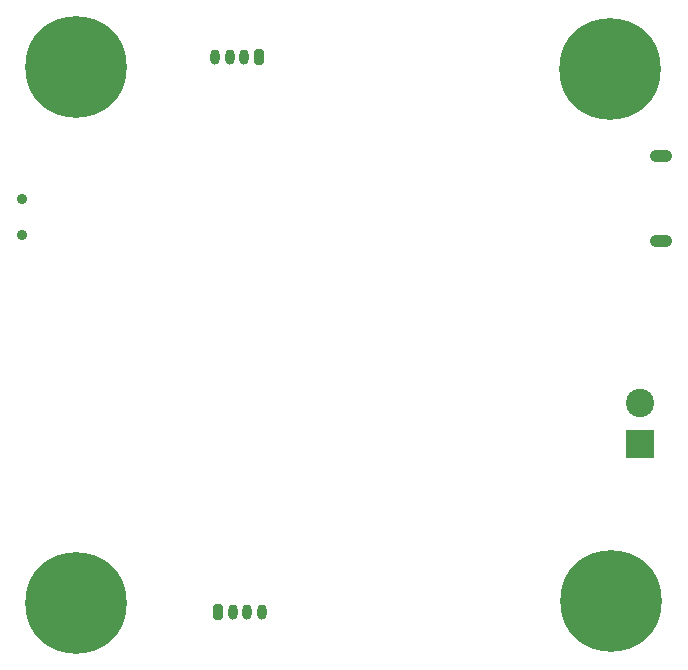
<source format=gbr>
%TF.GenerationSoftware,KiCad,Pcbnew,7.0.5*%
%TF.CreationDate,2023-07-30T01:34:42+05:30*%
%TF.ProjectId,STM32F4_test1,53544d33-3246-4345-9f74-657374312e6b,rev?*%
%TF.SameCoordinates,Original*%
%TF.FileFunction,Soldermask,Bot*%
%TF.FilePolarity,Negative*%
%FSLAX46Y46*%
G04 Gerber Fmt 4.6, Leading zero omitted, Abs format (unit mm)*
G04 Created by KiCad (PCBNEW 7.0.5) date 2023-07-30 01:34:42*
%MOMM*%
%LPD*%
G01*
G04 APERTURE LIST*
G04 Aperture macros list*
%AMRoundRect*
0 Rectangle with rounded corners*
0 $1 Rounding radius*
0 $2 $3 $4 $5 $6 $7 $8 $9 X,Y pos of 4 corners*
0 Add a 4 corners polygon primitive as box body*
4,1,4,$2,$3,$4,$5,$6,$7,$8,$9,$2,$3,0*
0 Add four circle primitives for the rounded corners*
1,1,$1+$1,$2,$3*
1,1,$1+$1,$4,$5*
1,1,$1+$1,$6,$7*
1,1,$1+$1,$8,$9*
0 Add four rect primitives between the rounded corners*
20,1,$1+$1,$2,$3,$4,$5,0*
20,1,$1+$1,$4,$5,$6,$7,0*
20,1,$1+$1,$6,$7,$8,$9,0*
20,1,$1+$1,$8,$9,$2,$3,0*%
G04 Aperture macros list end*
%ADD10RoundRect,0.200000X0.200000X0.450000X-0.200000X0.450000X-0.200000X-0.450000X0.200000X-0.450000X0*%
%ADD11O,0.800000X1.300000*%
%ADD12C,0.900000*%
%ADD13C,8.600000*%
%ADD14R,2.400000X2.400000*%
%ADD15C,2.400000*%
%ADD16RoundRect,0.200000X-0.200000X-0.450000X0.200000X-0.450000X0.200000X0.450000X-0.200000X0.450000X0*%
%ADD17O,1.900000X1.050000*%
G04 APERTURE END LIST*
D10*
%TO.C,J3*%
X131500000Y-82450000D03*
D11*
X130250000Y-82450000D03*
X129000000Y-82450000D03*
X127750000Y-82450000D03*
%TD*%
D12*
%TO.C,H2*%
X158025000Y-128525000D03*
X158969581Y-126244581D03*
X158969581Y-130805419D03*
X161250000Y-125300000D03*
D13*
X161250000Y-128525000D03*
D12*
X161250000Y-131750000D03*
X163530419Y-126244581D03*
X163530419Y-130805419D03*
X164475000Y-128525000D03*
%TD*%
D14*
%TO.C,J1*%
X163750000Y-115250000D03*
D15*
X163750000Y-111750000D03*
%TD*%
D12*
%TO.C,H4*%
X112805419Y-128719581D03*
X113750000Y-126439162D03*
X113750000Y-131000000D03*
X116030419Y-125494581D03*
D13*
X116030419Y-128719581D03*
D12*
X116030419Y-131944581D03*
X118310838Y-126439162D03*
X118310838Y-131000000D03*
X119255419Y-128719581D03*
%TD*%
%TO.C,H1*%
X157994581Y-83469581D03*
X158939162Y-81189162D03*
X158939162Y-85750000D03*
X161219581Y-80244581D03*
D13*
X161219581Y-83469581D03*
D12*
X161219581Y-86694581D03*
X163500000Y-81189162D03*
X163500000Y-85750000D03*
X164444581Y-83469581D03*
%TD*%
D16*
%TO.C,J4*%
X128000000Y-129500000D03*
D11*
X129250000Y-129500000D03*
X130500000Y-129500000D03*
X131750000Y-129500000D03*
%TD*%
D12*
%TO.C,SW1*%
X111395000Y-94500000D03*
X111395000Y-97500000D03*
%TD*%
D17*
%TO.C,J5*%
X165480000Y-98025000D03*
X165480000Y-90875000D03*
%TD*%
D12*
%TO.C,H3*%
X112775000Y-83275000D03*
X113719581Y-80994581D03*
X113719581Y-85555419D03*
X116000000Y-80050000D03*
D13*
X116000000Y-83275000D03*
D12*
X116000000Y-86500000D03*
X118280419Y-80994581D03*
X118280419Y-85555419D03*
X119225000Y-83275000D03*
%TD*%
M02*

</source>
